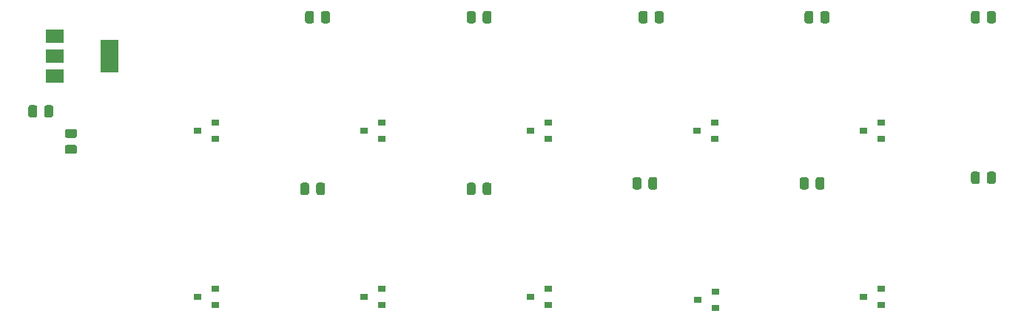
<source format=gbp>
G04 #@! TF.GenerationSoftware,KiCad,Pcbnew,(5.1.10)-1*
G04 #@! TF.CreationDate,2022-01-19T18:15:33-07:00*
G04 #@! TF.ProjectId,keypad,6b657970-6164-42e6-9b69-6361645f7063,rev?*
G04 #@! TF.SameCoordinates,Original*
G04 #@! TF.FileFunction,Paste,Bot*
G04 #@! TF.FilePolarity,Positive*
%FSLAX46Y46*%
G04 Gerber Fmt 4.6, Leading zero omitted, Abs format (unit mm)*
G04 Created by KiCad (PCBNEW (5.1.10)-1) date 2022-01-19 18:15:33*
%MOMM*%
%LPD*%
G01*
G04 APERTURE LIST*
%ADD10R,0.900000X0.800000*%
%ADD11R,2.000000X1.500000*%
%ADD12R,2.000000X3.800000*%
G04 APERTURE END LIST*
D10*
X168275000Y-116840000D03*
X170275000Y-117790000D03*
X170275000Y-115890000D03*
G36*
G01*
X96970001Y-98302500D02*
X96069999Y-98302500D01*
G75*
G02*
X95820000Y-98052501I0J249999D01*
G01*
X95820000Y-97527499D01*
G75*
G02*
X96069999Y-97277500I249999J0D01*
G01*
X96970001Y-97277500D01*
G75*
G02*
X97220000Y-97527499I0J-249999D01*
G01*
X97220000Y-98052501D01*
G75*
G02*
X96970001Y-98302500I-249999J0D01*
G01*
G37*
G36*
G01*
X96970001Y-100127500D02*
X96069999Y-100127500D01*
G75*
G02*
X95820000Y-99877501I0J249999D01*
G01*
X95820000Y-99352499D01*
G75*
G02*
X96069999Y-99102500I249999J0D01*
G01*
X96970001Y-99102500D01*
G75*
G02*
X97220000Y-99352499I0J-249999D01*
G01*
X97220000Y-99877501D01*
G75*
G02*
X96970001Y-100127500I-249999J0D01*
G01*
G37*
G36*
G01*
X93467500Y-95700001D02*
X93467500Y-94799999D01*
G75*
G02*
X93717499Y-94550000I249999J0D01*
G01*
X94242501Y-94550000D01*
G75*
G02*
X94492500Y-94799999I0J-249999D01*
G01*
X94492500Y-95700001D01*
G75*
G02*
X94242501Y-95950000I-249999J0D01*
G01*
X93717499Y-95950000D01*
G75*
G02*
X93467500Y-95700001I0J249999D01*
G01*
G37*
G36*
G01*
X91642500Y-95700001D02*
X91642500Y-94799999D01*
G75*
G02*
X91892499Y-94550000I249999J0D01*
G01*
X92417501Y-94550000D01*
G75*
G02*
X92667500Y-94799999I0J-249999D01*
G01*
X92667500Y-95700001D01*
G75*
G02*
X92417501Y-95950000I-249999J0D01*
G01*
X91892499Y-95950000D01*
G75*
G02*
X91642500Y-95700001I0J249999D01*
G01*
G37*
G36*
G01*
X201337500Y-103320001D02*
X201337500Y-102419999D01*
G75*
G02*
X201587499Y-102170000I249999J0D01*
G01*
X202112501Y-102170000D01*
G75*
G02*
X202362500Y-102419999I0J-249999D01*
G01*
X202362500Y-103320001D01*
G75*
G02*
X202112501Y-103570000I-249999J0D01*
G01*
X201587499Y-103570000D01*
G75*
G02*
X201337500Y-103320001I0J249999D01*
G01*
G37*
G36*
G01*
X199512500Y-103320001D02*
X199512500Y-102419999D01*
G75*
G02*
X199762499Y-102170000I249999J0D01*
G01*
X200287501Y-102170000D01*
G75*
G02*
X200537500Y-102419999I0J-249999D01*
G01*
X200537500Y-103320001D01*
G75*
G02*
X200287501Y-103570000I-249999J0D01*
G01*
X199762499Y-103570000D01*
G75*
G02*
X199512500Y-103320001I0J249999D01*
G01*
G37*
G36*
G01*
X201337500Y-84905001D02*
X201337500Y-84004999D01*
G75*
G02*
X201587499Y-83755000I249999J0D01*
G01*
X202112501Y-83755000D01*
G75*
G02*
X202362500Y-84004999I0J-249999D01*
G01*
X202362500Y-84905001D01*
G75*
G02*
X202112501Y-85155000I-249999J0D01*
G01*
X201587499Y-85155000D01*
G75*
G02*
X201337500Y-84905001I0J249999D01*
G01*
G37*
G36*
G01*
X199512500Y-84905001D02*
X199512500Y-84004999D01*
G75*
G02*
X199762499Y-83755000I249999J0D01*
G01*
X200287501Y-83755000D01*
G75*
G02*
X200537500Y-84004999I0J-249999D01*
G01*
X200537500Y-84905001D01*
G75*
G02*
X200287501Y-85155000I-249999J0D01*
G01*
X199762499Y-85155000D01*
G75*
G02*
X199512500Y-84905001I0J249999D01*
G01*
G37*
G36*
G01*
X181732500Y-103955001D02*
X181732500Y-103054999D01*
G75*
G02*
X181982499Y-102805000I249999J0D01*
G01*
X182507501Y-102805000D01*
G75*
G02*
X182757500Y-103054999I0J-249999D01*
G01*
X182757500Y-103955001D01*
G75*
G02*
X182507501Y-104205000I-249999J0D01*
G01*
X181982499Y-104205000D01*
G75*
G02*
X181732500Y-103955001I0J249999D01*
G01*
G37*
G36*
G01*
X179907500Y-103955001D02*
X179907500Y-103054999D01*
G75*
G02*
X180157499Y-102805000I249999J0D01*
G01*
X180682501Y-102805000D01*
G75*
G02*
X180932500Y-103054999I0J-249999D01*
G01*
X180932500Y-103955001D01*
G75*
G02*
X180682501Y-104205000I-249999J0D01*
G01*
X180157499Y-104205000D01*
G75*
G02*
X179907500Y-103955001I0J249999D01*
G01*
G37*
G36*
G01*
X182287500Y-84905001D02*
X182287500Y-84004999D01*
G75*
G02*
X182537499Y-83755000I249999J0D01*
G01*
X183062501Y-83755000D01*
G75*
G02*
X183312500Y-84004999I0J-249999D01*
G01*
X183312500Y-84905001D01*
G75*
G02*
X183062501Y-85155000I-249999J0D01*
G01*
X182537499Y-85155000D01*
G75*
G02*
X182287500Y-84905001I0J249999D01*
G01*
G37*
G36*
G01*
X180462500Y-84905001D02*
X180462500Y-84004999D01*
G75*
G02*
X180712499Y-83755000I249999J0D01*
G01*
X181237501Y-83755000D01*
G75*
G02*
X181487500Y-84004999I0J-249999D01*
G01*
X181487500Y-84905001D01*
G75*
G02*
X181237501Y-85155000I-249999J0D01*
G01*
X180712499Y-85155000D01*
G75*
G02*
X180462500Y-84905001I0J249999D01*
G01*
G37*
G36*
G01*
X162602500Y-103955001D02*
X162602500Y-103054999D01*
G75*
G02*
X162852499Y-102805000I249999J0D01*
G01*
X163377501Y-102805000D01*
G75*
G02*
X163627500Y-103054999I0J-249999D01*
G01*
X163627500Y-103955001D01*
G75*
G02*
X163377501Y-104205000I-249999J0D01*
G01*
X162852499Y-104205000D01*
G75*
G02*
X162602500Y-103955001I0J249999D01*
G01*
G37*
G36*
G01*
X160777500Y-103955001D02*
X160777500Y-103054999D01*
G75*
G02*
X161027499Y-102805000I249999J0D01*
G01*
X161552501Y-102805000D01*
G75*
G02*
X161802500Y-103054999I0J-249999D01*
G01*
X161802500Y-103955001D01*
G75*
G02*
X161552501Y-104205000I-249999J0D01*
G01*
X161027499Y-104205000D01*
G75*
G02*
X160777500Y-103955001I0J249999D01*
G01*
G37*
G36*
G01*
X163317500Y-84905001D02*
X163317500Y-84004999D01*
G75*
G02*
X163567499Y-83755000I249999J0D01*
G01*
X164092501Y-83755000D01*
G75*
G02*
X164342500Y-84004999I0J-249999D01*
G01*
X164342500Y-84905001D01*
G75*
G02*
X164092501Y-85155000I-249999J0D01*
G01*
X163567499Y-85155000D01*
G75*
G02*
X163317500Y-84905001I0J249999D01*
G01*
G37*
G36*
G01*
X161492500Y-84905001D02*
X161492500Y-84004999D01*
G75*
G02*
X161742499Y-83755000I249999J0D01*
G01*
X162267501Y-83755000D01*
G75*
G02*
X162517500Y-84004999I0J-249999D01*
G01*
X162517500Y-84905001D01*
G75*
G02*
X162267501Y-85155000I-249999J0D01*
G01*
X161742499Y-85155000D01*
G75*
G02*
X161492500Y-84905001I0J249999D01*
G01*
G37*
G36*
G01*
X143632500Y-104590001D02*
X143632500Y-103689999D01*
G75*
G02*
X143882499Y-103440000I249999J0D01*
G01*
X144407501Y-103440000D01*
G75*
G02*
X144657500Y-103689999I0J-249999D01*
G01*
X144657500Y-104590001D01*
G75*
G02*
X144407501Y-104840000I-249999J0D01*
G01*
X143882499Y-104840000D01*
G75*
G02*
X143632500Y-104590001I0J249999D01*
G01*
G37*
G36*
G01*
X141807500Y-104590001D02*
X141807500Y-103689999D01*
G75*
G02*
X142057499Y-103440000I249999J0D01*
G01*
X142582501Y-103440000D01*
G75*
G02*
X142832500Y-103689999I0J-249999D01*
G01*
X142832500Y-104590001D01*
G75*
G02*
X142582501Y-104840000I-249999J0D01*
G01*
X142057499Y-104840000D01*
G75*
G02*
X141807500Y-104590001I0J249999D01*
G01*
G37*
G36*
G01*
X143632500Y-84905001D02*
X143632500Y-84004999D01*
G75*
G02*
X143882499Y-83755000I249999J0D01*
G01*
X144407501Y-83755000D01*
G75*
G02*
X144657500Y-84004999I0J-249999D01*
G01*
X144657500Y-84905001D01*
G75*
G02*
X144407501Y-85155000I-249999J0D01*
G01*
X143882499Y-85155000D01*
G75*
G02*
X143632500Y-84905001I0J249999D01*
G01*
G37*
G36*
G01*
X141807500Y-84905001D02*
X141807500Y-84004999D01*
G75*
G02*
X142057499Y-83755000I249999J0D01*
G01*
X142582501Y-83755000D01*
G75*
G02*
X142832500Y-84004999I0J-249999D01*
G01*
X142832500Y-84905001D01*
G75*
G02*
X142582501Y-85155000I-249999J0D01*
G01*
X142057499Y-85155000D01*
G75*
G02*
X141807500Y-84905001I0J249999D01*
G01*
G37*
G36*
G01*
X124582500Y-104590001D02*
X124582500Y-103689999D01*
G75*
G02*
X124832499Y-103440000I249999J0D01*
G01*
X125357501Y-103440000D01*
G75*
G02*
X125607500Y-103689999I0J-249999D01*
G01*
X125607500Y-104590001D01*
G75*
G02*
X125357501Y-104840000I-249999J0D01*
G01*
X124832499Y-104840000D01*
G75*
G02*
X124582500Y-104590001I0J249999D01*
G01*
G37*
G36*
G01*
X122757500Y-104590001D02*
X122757500Y-103689999D01*
G75*
G02*
X123007499Y-103440000I249999J0D01*
G01*
X123532501Y-103440000D01*
G75*
G02*
X123782500Y-103689999I0J-249999D01*
G01*
X123782500Y-104590001D01*
G75*
G02*
X123532501Y-104840000I-249999J0D01*
G01*
X123007499Y-104840000D01*
G75*
G02*
X122757500Y-104590001I0J249999D01*
G01*
G37*
G36*
G01*
X125137500Y-84905001D02*
X125137500Y-84004999D01*
G75*
G02*
X125387499Y-83755000I249999J0D01*
G01*
X125912501Y-83755000D01*
G75*
G02*
X126162500Y-84004999I0J-249999D01*
G01*
X126162500Y-84905001D01*
G75*
G02*
X125912501Y-85155000I-249999J0D01*
G01*
X125387499Y-85155000D01*
G75*
G02*
X125137500Y-84905001I0J249999D01*
G01*
G37*
G36*
G01*
X123312500Y-84905001D02*
X123312500Y-84004999D01*
G75*
G02*
X123562499Y-83755000I249999J0D01*
G01*
X124087501Y-83755000D01*
G75*
G02*
X124337500Y-84004999I0J-249999D01*
G01*
X124337500Y-84905001D01*
G75*
G02*
X124087501Y-85155000I-249999J0D01*
G01*
X123562499Y-85155000D01*
G75*
G02*
X123312500Y-84905001I0J249999D01*
G01*
G37*
D11*
X94640000Y-91200000D03*
X94640000Y-86600000D03*
X94640000Y-88900000D03*
D12*
X100940000Y-88900000D03*
D10*
X187230000Y-116520000D03*
X189230000Y-117470000D03*
X189230000Y-115570000D03*
X187230000Y-97470000D03*
X189230000Y-98420000D03*
X189230000Y-96520000D03*
X168180000Y-97470000D03*
X170180000Y-98420000D03*
X170180000Y-96520000D03*
X149130000Y-116520000D03*
X151130000Y-117470000D03*
X151130000Y-115570000D03*
X149130000Y-97470000D03*
X151130000Y-98420000D03*
X151130000Y-96520000D03*
X130080000Y-116520000D03*
X132080000Y-117470000D03*
X132080000Y-115570000D03*
X130080000Y-97470000D03*
X132080000Y-98420000D03*
X132080000Y-96520000D03*
X111030000Y-116520000D03*
X113030000Y-117470000D03*
X113030000Y-115570000D03*
X111030000Y-97470000D03*
X113030000Y-98420000D03*
X113030000Y-96520000D03*
M02*

</source>
